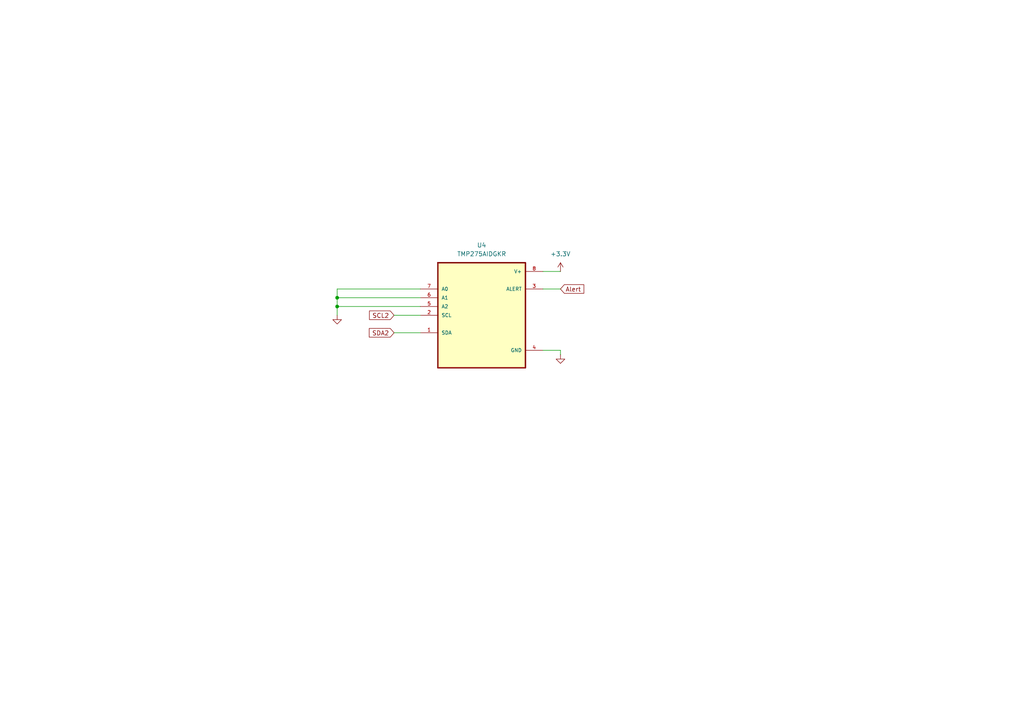
<source format=kicad_sch>
(kicad_sch (version 20250114) (generator "eeschema") (generator_version "9.0")
  (paper "A4")
  (lib_symbols
    (symbol "TMP275AIDGKR:TMP275AIDGKR" (pin_names (offset 1.016))
      (property "Reference" "U" (at -12.7 16.24 0))
      (property "Value" "TMP275AIDGKR" (at -12.7 -19.24 0))
      (symbol "TMP275AIDGKR_0_0"
        (rectangle (start -12.7 -15.24) (end 12.7 15.24) (stroke (width 0.41)) (fill (type background)))
        (pin input line (at -17.78 7.62 0) (length 5.08) (name "A0") (number "7"))
        (pin input line (at -17.78 5.08 0) (length 5.08) (name "A1") (number "6"))
        (pin input line (at -17.78 2.54 0) (length 5.08) (name "A2") (number "5"))
        (pin input line (at -17.78 0 0) (length 5.08) (name "SCL") (number "2"))
        (pin bidirectional line (at -17.78 -5.08 0) (length 5.08) (name "SDA") (number "1"))
        (pin power_in line (at 17.78 12.7 180) (length 5.08) (name "V+") (number "8"))
        (pin output line (at 17.78 7.62 180) (length 5.08) (name "ALERT") (number "3"))
        (pin power_in line (at 17.78 -10.16 180) (length 5.08) (name "GND") (number "4"))
      )
    )
    (symbol "power:+3.3V" (power) (pin_numbers (hide yes)) (pin_names (offset 0) (hide yes))
      (property "Value" "+3.3V" (at 0 3.556 0))
      (symbol "+3.3V_0_1"
        (polyline (pts (xy -0.762 1.27) (xy 0 2.54)))
        (polyline (pts (xy 0 2.54) (xy 0.762 1.27)))
        (polyline (pts (xy 0 0) (xy 0 2.54)))
      )
      (symbol "+3.3V_1_1"
        (pin power_in line (at 0 0 90) (length 0) (name "~") (number "1"))
      )
    )
    (symbol "power:GND" (power) (pin_numbers (hide yes)) (pin_names (offset 0) (hide yes))
      (property "Value" "GND" (at 0 -3.81 0))
      (symbol "GND_0_1"
        (polyline (pts (xy 0 0) (xy 0 -1.27) (xy 1.27 -1.27) (xy 0 -2.54) (xy -1.27 -1.27) (xy 0 -1.27)))
      )
      (symbol "GND_1_1"
        (pin power_in line (at 0 0 270) (length 0) (name "~") (number "1"))
      )
    )
  )
  (junction (at 97.79 86.36))
  (junction (at 97.79 88.9))
  (wire (pts (xy 157.48 101.6) (xy 162.56 101.6)))
  (wire (pts (xy 162.56 101.6) (xy 162.56 102.87)))
  (wire (pts (xy 97.79 86.36) (xy 121.92 86.36)))
  (wire (pts (xy 97.79 86.36) (xy 97.79 88.9)))
  (wire (pts (xy 157.48 78.74) (xy 162.56 78.74)))
  (wire (pts (xy 157.48 83.82) (xy 162.56 83.82)))
  (wire (pts (xy 97.79 83.82) (xy 97.79 86.36)))
  (wire (pts (xy 114.3 96.52) (xy 121.92 96.52)))
  (wire (pts (xy 114.3 91.44) (xy 121.92 91.44)))
  (wire (pts (xy 97.79 88.9) (xy 97.79 91.44)))
  (wire (pts (xy 121.92 83.82) (xy 97.79 83.82)))
  (wire (pts (xy 97.79 88.9) (xy 121.92 88.9)))
  (global_label "Alert" (shape input) (at 162.56 83.82 0) (property "Intersheetrefs" "${INTERSHEET_REFS}" (effects (hide yes))))
  (global_label "SCL2" (shape input) (at 114.3 91.44 180) (property "Intersheetrefs" "${INTERSHEET_REFS}" (effects (hide yes))))
  (global_label "SDA2" (shape input) (at 114.3 96.52 180) (property "Intersheetrefs" "${INTERSHEET_REFS}" (effects (hide yes))))
  (symbol (lib_id "power:+3.3V") (at 162.56 78.74 0) (unit 1)
    (property "Reference" "#PWR021" (effects (hide yes)))
    (property "Value" "+3.3V" (at 162.56 73.66 0))
    (property "Description" "Power symbol creates a global label with name \"+3.3V\"" (effects (hide yes)))
  )
  (symbol (lib_id "power:GND") (at 97.79 91.44 0) (unit 1)
    (property "Reference" "#PWR047" (effects (hide yes)))
    (property "Value" "GND" (effects (hide yes)))
    (property "Description" "Power symbol creates a global label with name \"GND\" , ground" (effects (hide yes)))
  )
  (symbol (lib_id "power:GND") (at 162.56 102.87 0) (unit 1)
    (property "Reference" "#PWR048" (effects (hide yes)))
    (property "Value" "GND" (effects (hide yes)))
    (property "Description" "Power symbol creates a global label with name \"GND\" , ground" (effects (hide yes)))
  )
  (symbol (lib_id "TMP275AIDGKR:TMP275AIDGKR") (at 139.7 91.44 0) (unit 1)
    (property "Reference" "U4" (at 139.7 71.12 0))
    (property "Value" "TMP275AIDGKR" (at 139.7 73.66 0))
    (property "Footprint" "TMP275AIDGKR:SOP65P490X110-8N" (effects (hide yes)))
  )
)
</source>
